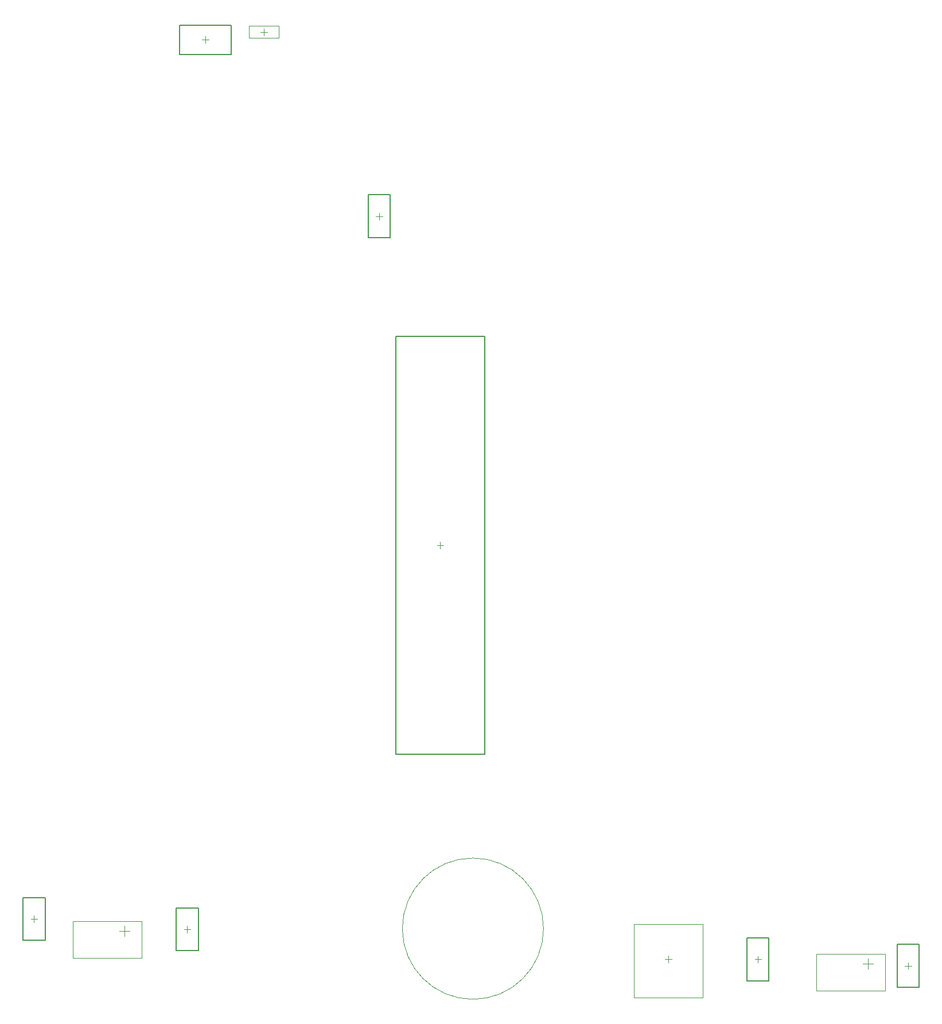
<source format=gbr>
%TF.GenerationSoftware,Altium Limited,Altium Designer,19.0.15 (446)*%
G04 Layer_Color=0*
%FSLAX26Y26*%
%MOIN*%
%TF.FileFunction,Other,Mechanical_15*%
%TF.Part,Single*%
G01*
G75*
%TA.AperFunction,NonConductor*%
%ADD47C,0.003937*%
%ADD50C,0.007874*%
%ADD53C,0.003000*%
%ADD55C,0.001968*%
D47*
X790808Y520000D02*
X829192D01*
X810000Y500808D02*
Y539192D01*
X1680808Y460000D02*
X1719192D01*
X1700000Y440808D02*
Y479192D01*
X3769850Y463318D02*
G03*
X3769850Y463318I-410183J0D01*
G01*
X4475316Y285000D02*
X4514686D01*
X4495000Y265316D02*
Y304686D01*
X4996832Y285000D02*
X5035216D01*
X5016024Y304192D02*
Y265806D01*
X5869060Y247480D02*
X5907444D01*
X5888252Y228288D02*
Y266672D01*
X3189686Y2690000D02*
X3150316D01*
X3170000Y2670316D02*
Y2709686D01*
X2834686Y4600000D02*
X2795316D01*
X2815000Y4580316D02*
Y4619686D01*
X2145000Y5650316D02*
Y5689686D01*
X2125316Y5670000D02*
X2164686D01*
X1824684Y5625000D02*
X1785314D01*
X1805000Y5644684D02*
Y5605314D01*
D50*
X746024Y395984D02*
X873976D01*
Y644016D01*
X746024D01*
Y395984D01*
X1636024Y335984D02*
X1763976D01*
Y584016D01*
X1636024D01*
Y335984D01*
X2911142Y1475630D02*
Y3904370D01*
X3428858D01*
Y1475630D01*
X2911142D01*
X4952048Y160984D02*
Y409016D01*
X5080000D01*
Y160984D01*
X4952048D01*
X5824276Y123464D02*
X5952228D01*
Y371496D01*
X5824276D01*
Y123464D01*
X2877170Y4474838D02*
Y4725162D01*
X2752830D01*
Y4474838D01*
X2877170D01*
X1956574Y5539370D02*
Y5710630D01*
X1653426D01*
Y5539370D01*
X1956574D01*
D53*
X1035662Y292520D02*
Y505118D01*
X1433662D01*
Y292520D01*
X1035662D01*
X1305000Y450000D02*
X1365000D01*
X1335000Y420000D02*
Y480000D01*
X5355662Y102520D02*
Y315118D01*
X5753662D01*
Y102520D01*
X5355662D01*
X5655000Y230000D02*
Y290000D01*
X5625000Y260000D02*
X5685000D01*
D55*
X4294212Y64528D02*
X4695788D01*
Y489724D01*
X4294212D01*
Y64528D01*
X2231220Y5634566D02*
Y5705434D01*
X2058780D01*
Y5634566D01*
X2231220D01*
%TF.MD5,dd908f1aa5056e5366480b1835999a0a*%
M02*

</source>
